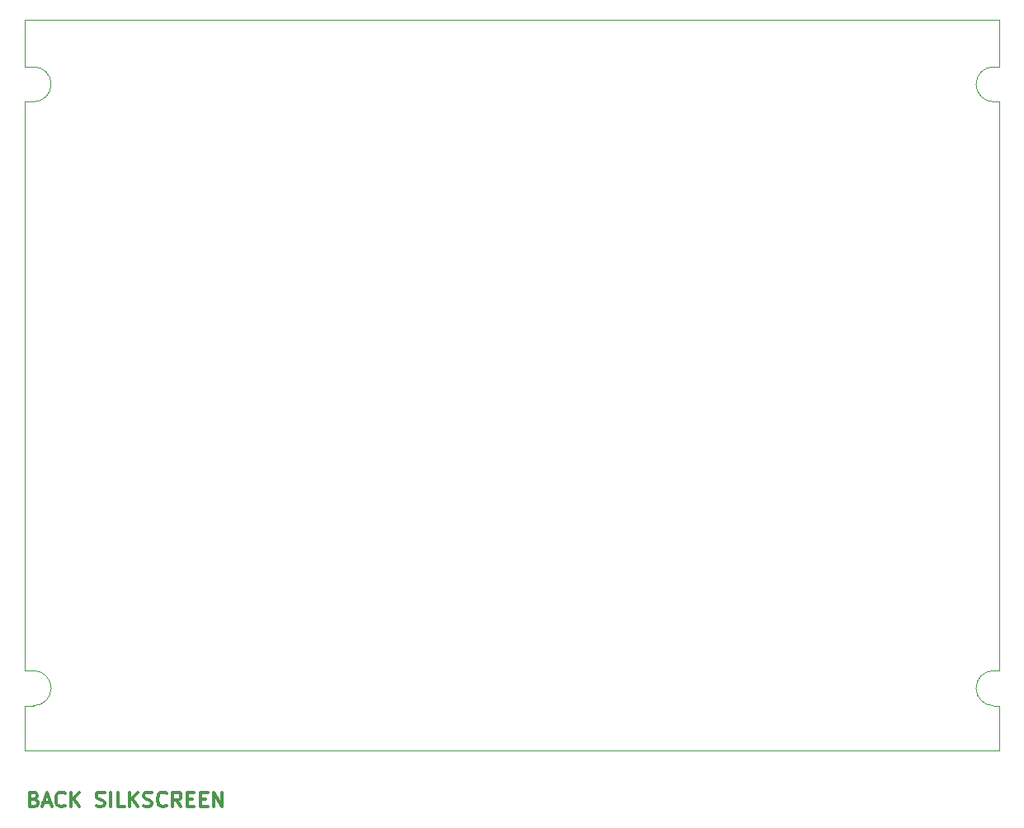
<source format=gbo>
%FSLAX34Y34*%
G04 Gerber Fmt 3.4, Leading zero omitted, Abs format*
G04 (created by PCBNEW (2014-03-14 BZR 4748)-product) date Mon 17 Mar 2014 11:54:22 PM EDT*
%MOIN*%
G01*
G70*
G90*
G04 APERTURE LIST*
%ADD10C,0.005906*%
%ADD11C,0.003937*%
%ADD12C,0.011811*%
G04 APERTURE END LIST*
G54D10*
G54D11*
X88543Y-24488D02*
X88543Y-22598D01*
X88307Y-24488D02*
X88543Y-24488D01*
X88307Y-24488D02*
G75*
G03X87598Y-25196I0J-708D01*
G74*
G01*
X87598Y-25196D02*
G75*
G03X88307Y-25905I708J0D01*
G74*
G01*
X88543Y-25905D02*
X88307Y-25905D01*
X88543Y-48897D02*
X88543Y-25905D01*
X88307Y-48897D02*
X88543Y-48897D01*
X88307Y-48897D02*
G75*
G03X87598Y-49606I0J-708D01*
G74*
G01*
X87598Y-49606D02*
G75*
G03X88307Y-50314I708J0D01*
G74*
G01*
X88543Y-50314D02*
X88307Y-50314D01*
X88543Y-52125D02*
X88543Y-50314D01*
X49173Y-50314D02*
X49173Y-52125D01*
X49527Y-50314D02*
X49173Y-50314D01*
X49527Y-50314D02*
G75*
G03X50236Y-49606I0J708D01*
G74*
G01*
X50236Y-49606D02*
G75*
G03X49527Y-48897I-708J0D01*
G74*
G01*
X49173Y-48897D02*
X49527Y-48897D01*
X49173Y-25905D02*
X49173Y-48897D01*
X49527Y-25905D02*
X49173Y-25905D01*
X49527Y-25905D02*
G75*
G03X50236Y-25196I0J708D01*
G74*
G01*
X50236Y-25196D02*
G75*
G03X49527Y-24488I-708J0D01*
G74*
G01*
X49173Y-24488D02*
X49527Y-24488D01*
X49173Y-22598D02*
X49173Y-24488D01*
X88543Y-52125D02*
X49173Y-52125D01*
X49173Y-22598D02*
X88543Y-22598D01*
G54D12*
X49550Y-54091D02*
X49634Y-54119D01*
X49662Y-54147D01*
X49690Y-54204D01*
X49690Y-54288D01*
X49662Y-54344D01*
X49634Y-54372D01*
X49578Y-54401D01*
X49353Y-54401D01*
X49353Y-53810D01*
X49550Y-53810D01*
X49606Y-53838D01*
X49634Y-53866D01*
X49662Y-53922D01*
X49662Y-53979D01*
X49634Y-54035D01*
X49606Y-54063D01*
X49550Y-54091D01*
X49353Y-54091D01*
X49915Y-54232D02*
X50196Y-54232D01*
X49859Y-54401D02*
X50056Y-53810D01*
X50253Y-54401D01*
X50787Y-54344D02*
X50759Y-54372D01*
X50674Y-54401D01*
X50618Y-54401D01*
X50534Y-54372D01*
X50478Y-54316D01*
X50449Y-54260D01*
X50421Y-54147D01*
X50421Y-54063D01*
X50449Y-53951D01*
X50478Y-53894D01*
X50534Y-53838D01*
X50618Y-53810D01*
X50674Y-53810D01*
X50759Y-53838D01*
X50787Y-53866D01*
X51040Y-54401D02*
X51040Y-53810D01*
X51377Y-54401D02*
X51124Y-54063D01*
X51377Y-53810D02*
X51040Y-54147D01*
X52052Y-54372D02*
X52137Y-54401D01*
X52277Y-54401D01*
X52334Y-54372D01*
X52362Y-54344D01*
X52390Y-54288D01*
X52390Y-54232D01*
X52362Y-54176D01*
X52334Y-54147D01*
X52277Y-54119D01*
X52165Y-54091D01*
X52109Y-54063D01*
X52080Y-54035D01*
X52052Y-53979D01*
X52052Y-53922D01*
X52080Y-53866D01*
X52109Y-53838D01*
X52165Y-53810D01*
X52305Y-53810D01*
X52390Y-53838D01*
X52643Y-54401D02*
X52643Y-53810D01*
X53205Y-54401D02*
X52924Y-54401D01*
X52924Y-53810D01*
X53402Y-54401D02*
X53402Y-53810D01*
X53740Y-54401D02*
X53487Y-54063D01*
X53740Y-53810D02*
X53402Y-54147D01*
X53965Y-54372D02*
X54049Y-54401D01*
X54190Y-54401D01*
X54246Y-54372D01*
X54274Y-54344D01*
X54302Y-54288D01*
X54302Y-54232D01*
X54274Y-54176D01*
X54246Y-54147D01*
X54190Y-54119D01*
X54077Y-54091D01*
X54021Y-54063D01*
X53993Y-54035D01*
X53965Y-53979D01*
X53965Y-53922D01*
X53993Y-53866D01*
X54021Y-53838D01*
X54077Y-53810D01*
X54218Y-53810D01*
X54302Y-53838D01*
X54893Y-54344D02*
X54865Y-54372D01*
X54780Y-54401D01*
X54724Y-54401D01*
X54640Y-54372D01*
X54583Y-54316D01*
X54555Y-54260D01*
X54527Y-54147D01*
X54527Y-54063D01*
X54555Y-53951D01*
X54583Y-53894D01*
X54640Y-53838D01*
X54724Y-53810D01*
X54780Y-53810D01*
X54865Y-53838D01*
X54893Y-53866D01*
X55483Y-54401D02*
X55286Y-54119D01*
X55146Y-54401D02*
X55146Y-53810D01*
X55371Y-53810D01*
X55427Y-53838D01*
X55455Y-53866D01*
X55483Y-53922D01*
X55483Y-54007D01*
X55455Y-54063D01*
X55427Y-54091D01*
X55371Y-54119D01*
X55146Y-54119D01*
X55736Y-54091D02*
X55933Y-54091D01*
X56017Y-54401D02*
X55736Y-54401D01*
X55736Y-53810D01*
X56017Y-53810D01*
X56271Y-54091D02*
X56467Y-54091D01*
X56552Y-54401D02*
X56271Y-54401D01*
X56271Y-53810D01*
X56552Y-53810D01*
X56805Y-54401D02*
X56805Y-53810D01*
X57142Y-54401D01*
X57142Y-53810D01*
M02*

</source>
